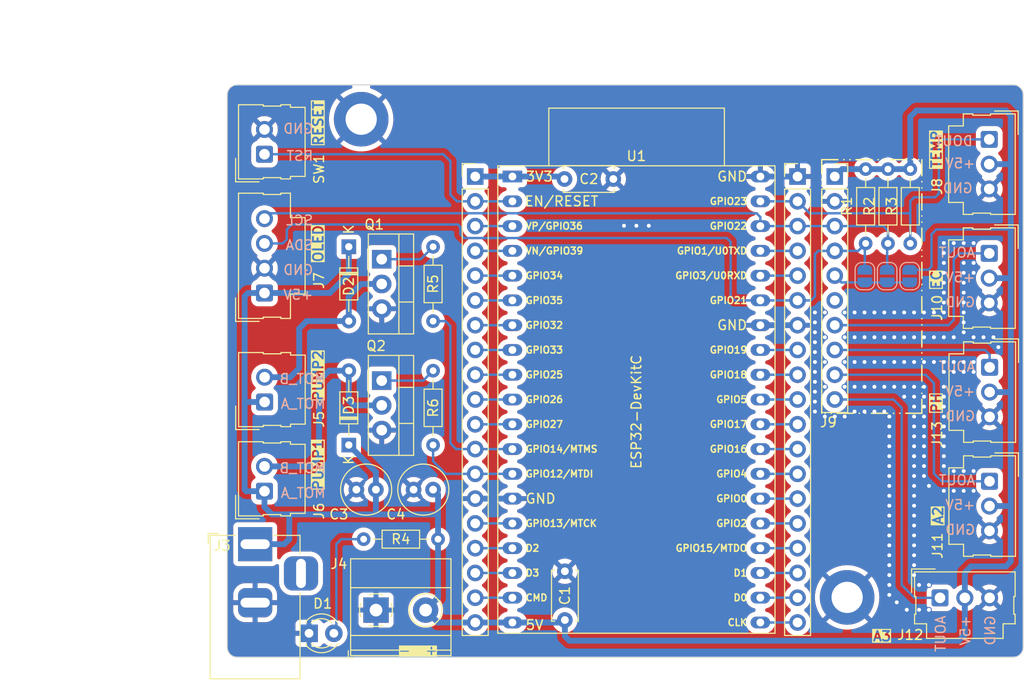
<source format=kicad_pcb>
(kicad_pcb (version 20221018) (generator pcbnew)
  (layers (0 "F.Cu" signal) (31 "B.Cu" signal) (34 "B.Paste" user) (35 "F.Paste" user) (36 "B.SilkS" user "B.Silkscreen") (37 "F.SilkS" user "F.Silkscreen") (38 "B.Mask" user) (39 "F.Mask" user) (44 "Edge.Cuts" user))
  (net 0 "")
  (net 1 "+3V3")
  (net 2 "GND")
  (net 3 "+5V")
  (net 4 "Net-(D1-A)")
  (net 5 "/PUMP2_GND")
  (net 6 "/ADS1115_SCL")
  (net 7 "/ADS1115_SDA")
  (net 8 "/ADS1115_ADDR")
  (net 9 "/ADS1115_ALERT")
  (net 10 "/PUMP1_GND")
  (net 11 "/ESP_GPIO12")
  (net 12 "/PH_ANALOG")
  (net 13 "/ADS1115_A3")
  (net 14 "/DS18B20_DIGITAL")
  (net 16 "/EC_ANALOG")
  (net 17 "Net-(Q1-G)")
  (net 18 "/ADS1115_A2")
  (net 19 "/ESP_RESET")
  (net 20 "/ESP_GPIO36")
  (net 21 "/ESP_GPIO39")
  (net 22 "/ESP_GPIO01")
  (net 23 "/ESP_GPIO34")
  (net 24 "/ESP_GPIO03")
  (net 25 "/ESP_GPIO35")
  (net 26 "/ESP_GPIO32")
  (net 27 "/ESP_GPIO33")
  (net 28 "/ESP_GPIO25")
  (net 29 "/ESP_GPIO18")
  (net 30 "/ESP_GPIO26")
  (net 31 "/ESP_GPIO05")
  (net 32 "/ESP_GPIO27")
  (net 33 "/ESP_GPIO17")
  (net 34 "/ESP_GPIO14")
  (net 35 "/ESP_GPIO16")
  (net 36 "/ESP_GPIO04")
  (net 37 "/ESP_GPIO00")
  (net 38 "/ESP_GPIO13")
  (net 39 "/ESP_GPIO02")
  (net 40 "/ESP_GPIO09")
  (net 41 "/ESP_GPIO15")
  (net 42 "/ESP_GPIO10")
  (net 43 "/ESP_GPIO08")
  (net 44 "/ESP_CMD")
  (net 45 "/ESP_GPIO07")
  (net 46 "/ESP_GPIO06")
  (net 47 "Net-(Q2-G)")
  (net 48 "/ESP_GPIO19")
  (footprint "Resistor_THT:R_Axial_DIN0204_L3.6mm_D1.6mm_P7.62mm_Horizontal" (layer "F.Cu") (at 174.266 83.22056 90)
    (fp_text reference "R3")
    (fp_text value "4.7k")
  )
  (footprint "Connector_Molex:Molex_SL_171971-0002_1x02_P2.54mm_Vertical" (layer "F.Cu") (at 108.108 108.62056 90)
    (fp_text reference "J6")
    (fp_text value "PUMP")
  )
  (footprint "Resistor_THT:R_Axial_DIN0204_L3.6mm_D1.6mm_P7.62mm_Horizontal" (layer "F.Cu") (at 125.38 96.266 -90)
    (fp_text reference "R6")
    (fp_text value "1k")
  )
  (footprint "Connector_Molex:Molex_SL_171971-0004_1x04_P2.54mm_Vertical" (layer "F.Cu") (at 108.108 88.30056 90)
    (fp_text reference "J7")
    (fp_text value "I2C")
  )
  (footprint "Connector_Molex:Molex_SL_171971-0003_1x03_P2.54mm_Vertical" (layer "F.Cu") (at 182.382 107.60456 -90)
    (fp_text reference "J11")
    (fp_text value "ADS_A2")
  )
  (footprint "Resistor_THT:R_Axial_DIN0204_L3.6mm_D1.6mm_P7.62mm_Horizontal" (layer "F.Cu") (at 171.98 83.22056 90)
    (fp_text reference "R2")
    (fp_text value "4.7k")
  )
  (footprint "Resistor_THT:R_Axial_DIN0204_L3.6mm_D1.6mm_P7.62mm_Horizontal" (layer "F.Cu") (at 118.268 113.538)
    (fp_text reference "R4")
    (fp_text value "1.5k")
  )
  (footprint "Connector_Molex:Molex_SL_171971-0002_1x02_P2.54mm_Vertical" (layer "F.Cu") (at 108.12 99.47656 90)
    (fp_text reference "J5")
    (fp_text value "PUMP")
  )
  (footprint "Resistor_THT:R_Axial_DIN0204_L3.6mm_D1.6mm_P7.62mm_Horizontal" (layer "F.Cu") (at 169.694 83.22056 90)
    (fp_text reference "R1")
    (fp_text value "4.7k")
  )
  (footprint "Connector_Molex:Molex_SL_171971-0003_1x03_P2.54mm_Vertical" (layer "F.Cu") (at 182.394 95.92056 -90)
    (fp_text reference "J13")
    (fp_text value "PH")
  )
  (footprint "Connector_PinHeader_2.54mm:PinHeader_1x19_P2.54mm_Vertical" (layer "F.Cu") (at 129.698 76.36256)
    (fp_text reference "J1" hide)
    (fp_text value "ESP_GPIO_LEFT")
  )
  (footprint "Package_TO_SOT_THT:TO-220-3_Vertical" (layer "F.Cu") (at 120.117 97.282 -90)
    (fp_text reference "Q2")
    (fp_text value "IRF520")
  )
  (footprint "Diode_THT:D_DO-34_SOD68_P7.62mm_Horizontal" (layer "F.Cu") (at 116.744 103.886 90)
    (fp_text reference "D3")
    (fp_text value "IN4004")
  )
  (footprint "LED_THT:LED_D3.0mm" (layer "F.Cu") (at 112.675 123.19)
    (fp_text reference "D1")
    (fp_text value "Red")
  )
  (footprint "Connector_PinHeader_2.54mm:PinHeader_1x19_P2.54mm_Vertical" (layer "F.Cu") (at 162.718 76.36256)
    (fp_text reference "J2" hide)
    (fp_text value "ESP_GPIO_RIGHT")
  )
  (footprint "Connector_PinSocket_2.54mm:PinSocket_1x10_P2.54mm_Vertical" (layer "F.Cu") (at 166.528 76.36256)
    (fp_text reference "J9")
    (fp_text value "ADS1115")
  )
  (footprint "MountingHole:MountingHole_3.2mm_M3_DIN965_Pad" (layer "F.Cu") (at 167.798 119.507)
    (fp_text reference "REF**" hide)
    (fp_text value "MountingHole_3.2mm_M3_DIN965_Pad")
  )
  (footprint "Capacitor_THT:C_Radial_D5.0mm_H11.0mm_P2.00mm" (layer "F.Cu") (at 125.38 108.458 180)
    (fp_text reference "C4")
    (fp_text value "47u")
  )
  (footprint "Connector_BarrelJack:BarrelJack_Horizontal" (layer "F.Cu") (at 107.1505 114.05056 90)
    (fp_text reference "J3")
    (fp_text value "Barrel_Jack_Switch")
  )
  (footprint "Connector_Molex:Molex_SL_171971-0003_1x03_P2.54mm_Vertical" (layer "F.Cu") (at 177.314 119.55456)
    (fp_text reference "J12")
    (fp_text value "ADS_A3")
  )
  (footprint "Resistor_THT:R_Axial_DIN0204_L3.6mm_D1.6mm_P7.62mm_Horizontal" (layer "F.Cu") (at 125.38 83.566 -90)
    (fp_text reference "R5")
    (fp_text value "1k")
  )
  (footprint "" (layer "F.Cu") (at 118.014 70.485)
    (fp_text reference "")
    (fp_text value "")
  )
  (footprint "Package_TO_SOT_THT:TO-220-3_Vertical" (layer "F.Cu") (at 120.117 84.836 -90)
    (fp_text reference "Q1")
    (fp_text value "IRF520")
  )
  (footprint "Capacitor_THT:C_Radial_D5.0mm_H11.0mm_P2.00mm" (layer "F.Cu") (at 119.522 108.458 180)
    (fp_text reference "C3")
    (fp_text value "47u")
  )
  (footprint "Connector_Molex:Molex_SL_171971-0002_1x02_P2.54mm_Vertical" (layer "F.Cu") (at 108.108 74.07656 90)
    (fp_text reference "SW1")
    (fp_text value "ESP_EN_JP")
  )
  (footprint "Diode_THT:D_DO-34_SOD68_P7.62mm_Horizontal" (layer "F.Cu") (at 116.744 83.561 -90)
    (fp_text reference "D2")
    (fp_text value "IN4004")
  )
  (footprint "PCM_Espressif:ESP32-DevKitC" (layer "F.Cu") (at 133.508 76.36256)
    (fp_text reference "U1")
    (fp_text value "ESP32-DevKitC")
  )
  (footprint "TerminalBlock_Phoenix:TerminalBlock_Phoenix_MKDS-1,5-2-5.08_1x02_P5.08mm_Horizontal" (layer "F.Cu") (at 119.533 120.81256)
    (fp_text reference "J4")
    (fp_text value "DC_IN_TERMINAL")
  )
  (footprint "Connector_Molex:Molex_SL_171971-0003_1x03_P2.54mm_Vertical" (layer "F.Cu") (at 182.356 84.23656 -90)
    (fp_text reference "J10")
    (fp_text value "EC")
  )
  (footprint "Capacitor_THT:C_Disc_D5.0mm_W2.5mm_P5.00mm" (layer "F.Cu") (at 138.842 76.61656)
    (fp_text reference "C2")
    (fp_text value "100n")
  )
  (footprint "Capacitor_THT:C_Disc_D5.0mm_W2.5mm_P5.00mm" (layer "F.Cu") (at 138.882 121.82856 90)
    (fp_text reference "C1")
    (fp_text value "100n")
  )
  (footprint "Connector_Molex:Molex_SL_171971-0003_1x03_P2.54mm_Vertical" (layer "F.Cu") (at 182.356 72.55256 -90)
    (fp_text reference "J8")
    (fp_text value "DS18B20")
  )
  (footprint "Jumper:SolderJumper-2_P1.3mm_Open_RoundedPad1.0x1.5mm" (layer "B.Cu") (at 169.61 86.57056 90)
    (fp_text reference "JP2" hide)
    (fp_text value "ADS1115_ADDR_SDA")
  )
  (footprint "Jumper:SolderJumper-2_P1.3mm_Open_RoundedPad1.0x1.5mm" (layer "B.Cu") (at 174.212 86.57056 90)
    (fp_text reference "JP1" hide)
    (fp_text value "ADS1115_ADDR_5V")
  )
  (footprint "Jumper:SolderJumper-2_P1.3mm_Open_RoundedPad1.0x1.5mm" (layer "B.Cu") (at 171.896 86.57056 90)
    (fp_text reference "JP3" hide)
    (fp_text value "ADS1115_ADDR_SCL")
  )
  (gr_rect (start 165.198 74.63256) (end 175.452 100.63256) (stroke (width 0.15) (type dash_dot_dot)) (fill none) (layer "F.SilkS"))
  (gr_line (start 184.816 66.96456) (end 105.314 66.96456) (stroke (width 0.1)) (layer "Edge.Cuts"))
  (gr_arc (start 105.314 125.63856) (mid 104.59558 125.34098) (end 104.298 124.62256) (stroke (width 0.1)) (layer "Edge.Cuts"))
  (gr_line (start 185.832 124.62256) (end 185.832 67.98056) (stroke (width 0.1)) (layer "Edge.Cuts"))
  (gr_arc (start 185.832 124.62256) (mid 185.53442 125.34098) (end 184.816 125.63856) (stroke (width 0.1)) (layer "Edge.Cuts"))
  (gr_arc (start 184.816 66.96456) (mid 185.53442 67.26214) (end 185.832 67.98056) (stroke (width 0.1)) (layer "Edge.Cuts"))
  (gr_arc (start 104.298 67.98056) (mid 104.59558 67.26214) (end 105.314 66.96456) (stroke (width 0.1)) (layer "Edge.Cuts"))
  (gr_line (start 104.298 67.98056) (end 104.298 124.62256) (stroke (width 0.1)) (layer "Edge.Cuts"))
  (gr_line (start 105.314 125.63856) (end 184.816 125.63856) (stroke (width 0.1)) (layer "Edge.Cuts"))
  (gr_text "GND\n" (at 183.038 121.285 90) (layer "B.SilkS") (effects (font (size 1 1)) (justify left bottom mirror)))
  (gr_text "MOT_A" (at 114.458 109.38256) (layer "B.SilkS") (effects (font (size 1 1)) (justify left bottom mirror)))
  (gr_text "DOUT" (at 180.752 73.31456) (layer "B.SilkS") (effects (font (size 1 1)) (justify left bottom mirror)))
  (gr_text "+5V" (at 181.006 98.96856) (layer "B.SilkS") (effects (font (size 1 1)) (justify left bottom mirror)))
  (gr_text "GND\n" (at 181.006 101.50856) (layer "B.SilkS") (effects (font (size 1 1)) (justify left bottom mirror)))
  (gr_text "+5V" (at 180.498 121.285 90) (layer "B.SilkS") (effects (font (size 1 1)) (justify left bottom mirror)))
  (gr_text "MOT_A" (at 114.458 100.23856) (layer "B.SilkS") (effects (font (size 1 1)) (justify left bottom mirror)))
  (gr_text "AOUT" (at 181.006 84.74456) (layer "B.SilkS") (effects (font (size 1 1)) (justify left bottom mirror)))
  (gr_text "AOUT" (at 177.958 121.285 90) (layer "B.SilkS") (effects (font (size 1 1)) (justify left bottom mirror)))
  (gr_text "SDA\n" (at 113.188 83.98256) (layer "B.SilkS") (effects (font (size 1 1)) (justify left bottom mirror)))
  (gr_text "RST" (at 113.188 74.83856) (layer "B.SilkS") (effects (font (size 1 1)) (justify left bottom mirror)))
  (gr_text "GND\n" (at 181.006 89.82456) (layer "B.SilkS") (effects (font (size 1 1)) (justify left bottom mirror)))
  (gr_text "GND" (at 113.188 86.52256) (layer "B.SilkS") (effects (font (size 1 1)) (justify left bottom mirror)))
  (gr_text "+5V" (at 181.006 75.60056) (layer "B.SilkS") (effects (font (size 1 1)) (justify left bottom mirror)))
  (gr_text "+5V" (at 181.006 110.617) (layer "B.SilkS") (effects (font (size 1 1)) (justify left bottom mirror)))
  (gr_text "GND\n" (at 181.006 113.157) (layer "B.SilkS") (effects (font (size 1 1)) (justify left bottom mirror)))
  (gr_text "MOT_B" (at 114.458 106.84256) (layer "B.SilkS") (effects (font (size 1 1)) (justify left bottom mirror)))
  (gr_text "AOUT" (at 181.006 108.077) (layer "B.SilkS") (effects (font (size 1 1)) (justify left bottom mirror)))
  (gr_text "MOT_B" (at 114.458 97.69856) (layer "B.SilkS") (effects (font (size 1 1)) (justify left bottom mirror)))
  (gr_text "GND\n" (at 180.752 78.14056) (layer "B.SilkS") (effects (font (size 1 1)) (justify left bottom mirror)))
  (gr_text "SCL" (at 113.188 81.44256) (layer "B.SilkS") (effects (font (size 1 1)) (justify left bottom mirror)))
  (gr_text "+5V" (at 113.188 89.06256) (layer "B.SilkS") (effects (font (size 1 1)) (justify left bottom mirror)))
  (gr_text "GND" (at 113.188 72.04456) (layer "B.SilkS") (effects (font (size 1 1)) (justify left bottom mirror)))
  (gr_text "AOUT" (at 181.006 96.42856) (layer "B.SilkS") (effects (font (size 1 1)) (justify left bottom mirror)))
  (gr_text "+5V" (at 181.006 87.28456) (layer "B.SilkS") (effects (font (size 1 1)) (justify left bottom mirror)))
  (gr_text "PUMP1" (at 114.204 108.62056 90) (layer "F.SilkS" knockout) (effects (font (size 1 1) (thickness 0.2) bold) (justify left bottom)))
  (gr_text "RESET" (at 114.204 73.31456 90) (layer "F.SilkS" knockout) (effects (font (size 1 1) (thickness 0.2) bold) (justify left bottom)))
  (gr_text "EC" (at 177.53 88.04656 90) (layer "F.SilkS" knockout) (effects (font (size 1 1) (thickness 0.2) bold) (justify left bottom)))
  (gr_text " -  + " (at 120.969095 125.51156) (layer "F.SilkS" knockout) (effects (font (size 1 1)) (justify left bottom)))
  (gr_text "TEMP" (at 177.53 75.60056 90) (layer "F.SilkS" knockout) (effects (font (size 1 1) (thickness 0.2) bold) (justify left bottom)))
  (gr_text "A2" (at 177.704 112.141 90) (layer "F.SilkS" knockout) (effects (font (size 1 1) (thickness 0.2) bold) (justify left bottom)))
  (gr_text "A3" (at 170.338 124.079) (layer "F.SilkS" knockout) (effects (font (size 1 1) (thickness 0.2) bold) (justify left bottom)))
  (gr_text "PUMP2" (at 114.204 99.47656 90) (layer "F.SilkS" knockout) (effects (font (size 1 1) (thickness 0.2) bold) (justify left bottom)))
  (gr_text "OLED\n" (at 114.204 85.25256 90) (layer "F.SilkS" knockout) (effects (font (size 1 1) (thickness 0.2) bold) (justify left bottom)))
  (gr_text "PH" (at 177.53 100.74656 90) (layer "F.SilkS" knockout) (effects (font (size 1 1) (thickness 0.2) bold) (justify left bottom)))
  (segment (start 138.588 76.36256) (end 138.842 76.61656) (width 0.6) (layer "B.Cu") (net 1))
  (segment (start 133.508 76.36256) (end 138.588 76.36256) (width 0.6) (layer "B.Cu") (net 1))
  (segment (start 133.508 76.36256) (end 129.698 76.36256) (width 0.6) (layer "B.Cu") (net 1))
  (via (at 174.656 102.997) (size 0.6) (drill 0.4) (layers "F.Cu" "B.Cu") (net 2))
  (via (at 167.544 90.297) (size 0.6) (drill 0.4) (layers "F.Cu" "B.Cu") (net 2))
  (via (at 177.704 95.377) (size 0.6) (drill 0.4) (layers "F.Cu" "B.Cu") (net 2))
  (via (at 178.72 95.377) (size 0.6) (drill 0.4) (layers "F.Cu" "B.Cu") (net 2))
  (via (at 174.656 98.933) (size 0.6) (drill 0.4) (layers "F.Cu" "B.Cu") (net 2))
  (via (at 176.688 95.377) (size 0.6) (drill 0.4) (layers "F.Cu" "B.Cu") (net 2))
  (via (at 169.576 95.377) (size 0.6) (drill 0.4) (layers "F.Cu" "B.Cu") (net 2))
  (via (at 172.116 108.077) (size 0.6) (drill 0.4) (layers "F.Cu" "B.Cu") (net 2))
  (via (at 172.116 109.093) (size 0.6) (drill 0.4) (layers "F.Cu" "B.Cu") (net 2))
  (via (at 172.116 119.253) (size 0.6) (drill 0.4) (layers "F.Cu" "B.Cu") (net 2))
  (via (at 178.72 108.585) (size 0.6) (drill 0.4) (layers "F.Cu" "B.Cu") (net 2))
  (via (at 179.736 106.553) (size 0.6) (drill 0.4) (layers "F.Cu" "B.Cu") (net 2))
  (via (at 174.656 90.297) (size 0.6) (drill 0.4) (layers "F.Cu" "B.Cu") (net 2))
  (via (at 179.736 83.185) (size 0.6) (drill 0.4) (layers "F.Cu" "B.Cu") (net 2))
  (via (at 172.116 104.013) (size 0.6) (drill 0.4) (layers "F.Cu" "B.Cu") (net 2))
  (via (at 170.592 90.297) (size 0.6) (drill 0.4) (layers "F.Cu" "B.Cu") (net 2))
  (via (at 171.608 92.837) (size 0.6) (drill 0.4) (layers "F.Cu" "B.Cu") (net 2))
  (via (at 180.752 95.377) (size 0.6) (drill 0.4) (layers "F.Cu" "B.Cu") (net 2))
  (via (at 166.528 100.965) (size 0.6) (drill 0.4) (layers "F.Cu" "B.Cu") (net 2))
  (via (at 174.656 105.029) (size 0.6) (drill 0.4) (layers "F.Cu" "B.Cu") (net 2))
  (via (at 175.672 90.297) (size 0.6) (drill 0.4) (layers "F.Cu" "B.Cu") (net 2))
  (via (at 173.64 92.837) (size 0.6) (drill 0.4) (layers "F.Cu" "B.Cu") (net 2))
  (via (at 180.752 96.393) (size 0.6) (drill 0.4) (layers "F.Cu" "B.Cu") (net 2))
  (via (at 178.72 92.837) (size 0.6) (drill 0.4) (layers "F.Cu" "B.Cu") (net 2))
  (via (at 164.496 93.345) (size 0.6) (drill 0.4) (layers "F.Cu" "B.Cu") (net 2))
  (via (at 174.656 100.965) (size 0.6) (drill 0.4) (layers "F.Cu" "B.Cu") (net 2))
  (via (at 177.704 89.281) (size 0.6) (drill 0.4) (layers "F.Cu" "B.Cu") (net 2))
  (via (at 177.704 100.965) (size 0.6) (drill 0.4) (layers "F.Cu" "B.Cu") (net 2))
  (via (at 177.704 85.217) (size 0.6) (drill 0.4) (layers "F.Cu" "B.Cu") (net 2))
  (via (at 177.704 86.233) (size 0.6) (drill 0.4) (layers "F.Cu" "B.Cu") (net 2))
  (via (at 177.704 101.981) (size 0.6) (drill 0.4) (layers "F.Cu" "B.Cu") (net 2))
  (via (at 180.752 108.585) (size 0.6) (drill 0.4) (layers "F.Cu" "B.Cu") (net 2))
  (via (at 179.736 92.329) (size 0.6) (drill 0.4) (layers "F.Cu" "B.Cu") (net 2))
  (via (at 169.576 97.917) (size 0.6) (drill 0.4) (layers "F.Cu" "B.Cu") (net 2))
  (via (at 174.656 101.981) (size 0.6) (drill 0.4) (layers "F.Cu" "B.Cu") (net 2))
  (via (at 176.18 108.077) (size 0.6) (drill 0.4) (layers "F.Cu" "B.Cu") (net 2))
  (via (at 172.116 110.109) (size 0.6) (drill 0.4) (layers "F.Cu" "B.Cu") (net 2))
  (via (at 172.624 90.297) (size 0.6) (drill 0.4) (layers "F.Cu" "B.Cu") (net 2))
  (via (at 176.18 118.237) (size 0.6) (drill 0.4) (layers "F.Cu" "B.Cu") (net 2))
  (via (at 177.704 102.997) (size 0.6) (drill 0.4) (layers "F.Cu" "B.Cu") (net 2))
  (via (at 172.878 120.015) (size 0.6) (drill 0.4) (layers "F.Cu" "B.Cu") (net 2))
  (via (at 177.704 90.297) (size 0.6) (drill 0.4) (layers "F.Cu" "B.Cu") (net 2))
  (via (at 174.656 106.045) (size 0.6) (drill 0.4) (layers "F.Cu" "B.Cu") (net 2))
  (via (at 175.672 97.917) (size 0.6) (drill 0.4) (layers "F.Cu" "B.Cu") (net 2))
  (via (at 174.656 116.205) (size 0.6) (drill 0.4) (layers "F.Cu" "B.Cu") (net 2))
  (via (at 176.688 90.297) (size 0.6) (drill 0.4) (layers "F.Cu" "B.Cu") (net 2))
  (via (at 164.496 90.297) (size 0.6) (drill 0.4) (layers "F.Cu" "B.Cu") (net 2))
  (via (at 174.656 92.837) (size 0.6) (drill 0.4) (layers "F.Cu" "B.Cu") (net 2))
  (via (at 172.116 101.981) (size 0.6) (drill 0.4) (layers "F.Cu" "B.Cu") (net 2))
  (via (at 172.116 102.997) (size 0.6) (drill 0.4) (layers "F.Cu" "B.Cu") (net 2))
  (via (at 180.752 106.553) (size 0.6) (drill 0.4) (layers "F.Cu" "B.Cu") (net 2))
  (via (at 172.116 118.237) (size 0.6) (drill 0.4) (layers "F.Cu" "B.Cu") (net 2))
  (via (at 175.672 98.933) (size 0.6) (drill 0.4) (layers "F.Cu" "B.Cu") (net 2))
  (via (at 164.496 100.457) (size 0.6) (drill 0.4) (layers "F.Cu" "B.Cu") (net 2))
  (via (at 172.116 107.061) (size 0.6) (drill 0.4) (layers "F.Cu" "B.Cu") (net 2))
  (via (at 164.496 92.329) (size 0.6) (drill 0.4) (layers "F.Cu" "B.Cu") (net 2))
  (via (at 177.704 88.265) (size 0.6) (drill 0.4) (layers "F.Cu" "B.Cu") (net 2))
  (via (at 179.736 95.377) (size 0.6) (drill 0.4) (layers "F.Cu" "B.Cu") (net 2))
  (via (at 180.752 85.217) (size 0.6) (drill 0.4) (layers "F.Cu" "B.Cu") (net 2))
  (via (at 179.736 88.265) (size 0.6) (drill 0.4) (layers "F.Cu" "B.Cu") (net 2))
  (via (at 174.656 99.949) (size 0.6) (drill 0.4) (layers "F.Cu" "B.Cu") (net 2))
  (via (at 177.704 83.185) (size 0.6) (drill 0.4) (layers "F.Cu" "B.Cu") (net 2))
  (via (at 175.672 95.377) (size 0.6) (drill 0.4) (layers "F.Cu" "B.Cu") (net 2))
  (via (at 179.736 89.281) (size 0.6) (drill 0.4) (layers "F.Cu" "B.Cu") (net 2))
  (via (at 175.672 99.949) (size 0.6) (drill 0.4) (layers "F.Cu" "B.Cu") (net 2))
  (via (at 179.736 87.249) (size 0.6) (drill 0.4) (layers "F.Cu" "B.Cu") (net 2))
  (via (at 172.116 116.205) (size 0.6) (drill 0.4) (layers "F.Cu" "B.Cu") (net 2))
  (via (at 165.512 100.965) (size 0.6) (drill 0.4) (layers "F.Cu" "B.Cu") (net 2))
  (via (at 177.704 84.201) (size 0.6) (drill 0.4) (layers "F.Cu" "B.Cu") (net 2))
  (via (at 165.512 90.297) (size 0.6) (drill 0.4) (layers "F.Cu" "B.Cu") (net 2))
  (via (at 168.56 97.917) (size 0.6) (drill 0.4) (layers "F.Cu" "B.Cu") (net 2))
  (via (at 168.56 95.377) (size 0.6) (drill 0.4) (layers "F.Cu" "B.Cu") (net 2))
  (via (at 180.752 86.233) (size 0.6) (drill 0.4) (layers "F.Cu" "B.Cu") (net 2))
  (via (at 170.592 95.377) (size 0.6) (drill 0.4) (layers "F.Cu" "B.Cu") (net 2))
  (via (at 174.656 115.189) (size 0.6) (drill 0.4) (layers "F.Cu" "B.Cu") (net 2))
  (via (at 170.592 92.837) (size 0.6) (drill 0.4) (layers "F.Cu" "B.Cu") (net 2))
  (via (at 175.672 106.045) (size 0.6) (drill 0.4) (layers "F.Cu" "B.Cu") (net 2))
  (via (at 174.656 111.125) (size 0.6) (drill 0.4) (layers "F.Cu" "B.Cu") (net 2))
  (via (at 174.656 112.141) (size 0.6) (drill 0.4) (layers "F.Cu" "B.Cu") (net 2))
  (via (at 179.736 85.217) (size 0.6) (drill 0.4) (layers "F.Cu" "B.Cu") (net 2))
  (via (at 179.736 86.233) (size 0.6) (drill 0.4) (layers "F.Cu" "B.Cu") (net 2))
  (via (at 183.292 93.853) (size 0.6) (drill 0.4) (layers "F.Cu" "B.Cu") (net 2))
  (via (at 178.72 83.185) (size 0.6) (drill 0.4) (layers "F.Cu" "B.Cu") (net 2))
  (via (at 177.704 106.045) (size 0.6) (drill 0.4) (layers "F.Cu" "B.Cu") (net 2))
  (via (at 167.544 97.917) (size 0.6) (drill 0.4) (layers "F.Cu" "B.Cu") (net 2))
  (via (at 174.656 110.109) (size 0.6) (drill 0.4) (layers "F.Cu" "B.Cu") (net 2))
  (via (at 179.736 90.297) (size 0.6) (drill 0.4) (layers "F.Cu" "B.Cu") (net 2))
  (via (at 164.496 98.425) (size 0.6) (drill 0.4) (layers "F.Cu" "B.Cu") (net 2))
  (via (at 174.656 108.077) (size 0.6) (drill 0.4) (layers "F.Cu" "B.Cu") (net 2))
  (via (at 164.496 95.377) (size 0.6) (drill 0.4) (layers "F.Cu" "B.Cu") (net 2))
  (via (at 172.116 114.173) (size 0.6) (drill 0.4) (layers "F.Cu" "B.Cu") (net 2))
  (via (at 165.512 92.837) (size 0.6) (drill 0.4) (layers "F.Cu" "B.Cu") (net 2))
  (via (at 147.478 81.407) (size 0.6) (drill 0.4) (layers "F.Cu" "B.Cu") (net 2))
  (via (at 172.624 97.917) (size 0.6) (drill 0.4) (layers "F.Cu" "B.Cu") (net 2))
  (via (at 168.56 90.297) (size 0.6) (drill 0.4) (layers "F.Cu" "B.Cu") (net 2))
  (via (at 175.672 100.965) (size 0.6) (drill 0.4) (layers "F.Cu" "B.Cu") (net 2))
  (via (at 174.656 97.917) (size 0.6) (drill 0.4) (layers "F.Cu" "B.Cu") (net 2))
  (via (at 167.544 100.965) (size 0.6) (drill 0.4) (layers "F.Cu" "B.Cu") (net 2))
  (via (at 171.608 100.457) (size 0.6) (drill 0.4) (layers "F.Cu" "B.Cu") (net 2))
  (via (at 164.496 97.409) (size 0.6) (drill 0.4) (layers "F.Cu" "B.Cu") (net 2))
  (via (at 182.784 92.837) (size 0.6) (drill 0.4) (layers "F.Cu" "B.Cu") (net 2))
  (via (at 172.116 100.965) (size 0.6) (drill 0.4) (layers "F.Cu" "B.Cu") (net 2))
  (via (at 164.496 91.313) (size 0.6) (drill 0.4) (layers "F.Cu" "B.Cu") (net 2))
  (via (at 181.768 92.837) (size 0.6) (drill 0.4) (layers "F.Cu" "B.Cu") (net 2))
  (via (at 175.672 107.061) (size 0.6) (drill 0.4) (layers "F.Cu" "B.Cu") (net 2))
  (via (at 178.72 106.553) (size 0.6) (drill 0.4) (layers "F.Cu" "B.Cu") (net 2))
  (via (at 170.592 100.457) (size 0.6) (drill 0.4) (layers "F.Cu" "B.Cu") (net 2))
  (via (at 173.64 90.297) (size 0.6) (drill 0.4) (layers "F.Cu" "B.Cu") (net 2))
  (via (at 172.624 95.377) (size 0.6) (drill 0.4) (layers "F.Cu" "B.Cu") (net 2))
  (via (at 176.688 92.837) (size 0.6) (drill 0.4) (layers "F.Cu" "B.Cu") (net 2))
  (via (at 174.656 109.093) (size 0.6) (drill 0.4) (layers "F.Cu" "B.Cu") (net 2))
  (via (at 174.656 114.173) (size 0.6) (drill 0.4) (layers "F.Cu" "B.Cu") (net 2))
  (via (at 146.208 81.407) (size 0.6) (drill 0.4) (layers "F.Cu" "B.Cu") (net 2))
  (via (at 168.56 100.457) (size 0.6) (drill 0.4) (layers "F.Cu" "B.Cu") (net 2))
  (via (at 174.656 107.061) (size 0.6) (drill 0.4) (layers "F.Cu" "B.Cu") (net 2))
  (via (at 173.64 98.933) (size 0.6) (drill 0.4) (layers "F.Cu" "B.Cu") (net 2))
  (via (at 177.704 108.585) (size 0.6) (drill 0.4) (layers "F.Cu" "B.Cu") (net 2))
  (via (at 172.624 92.837) (size 0.6) (drill 0.4) (layers "F.Cu" "B.Cu") (net 2))
  (via (at 172.116 115.189) (size 0.6) (drill 0.4) (layers "F.Cu" "B.Cu") (net 2))
  (via (at 177.704 96.393) (size 0.6) (drill 0.4) (layers "F.Cu" "B.Cu") (net 2))
  (via (at 167.544 92.837) (size 0.6) (drill 0.4) (layers "F.Cu" "B.Cu") (net 2))
  (via (at 167.544 95.377) (size 0.6) (drill 0.4) (layers "F.Cu" "B.Cu") (net 2))
  (via (at 177.704 87.249) (size 0.6) (drill 0.4) (layers "F.Cu" "B.Cu") (net 2))
  (via (at 172.116 117.221) (size 0.6) (drill 0.4) (layers "F.Cu" "B.Cu") (net 2))
  (via (at 179.736 96.393) (size 0.6) (drill 0.4) (layers "F.Cu" "B.Cu") (net 2))
  (via (at 169.576 92.837) (size 0.6) (drill 0.4) (layers "F.Cu" "B.Cu") (net 2))
  (via (at 164.496 94.361) (size 0.6) (drill 0.4) (layers "F.Cu" "B.Cu") (net 2))
  (via (at 175.672 92.837) (size 0.6) (drill 0.4) (layers "F.Cu" "B.Cu") (net 2))
  (via (at 144.938 81.407) (size 0.6) (drill 0.4) (layers "F.Cu" "B.Cu") (net 2))
  (via (at 174.656 105.029) (size 0.6) (drill 0.4) (layers "F.Cu" "B.Cu") (net 2))
  (via (at 170.592 97.917) (size 0.6) (drill 0.4) (layers "F.Cu" "B.Cu") (net 2))
  (via (at 174.656 95.377) (size 0.6) (drill 0.4) (layers "F.Cu" "B.Cu") (net 2))
  (via (at 171.608 95.377) (size 0.6) (drill 0.4) (layers "F.Cu" "B.Cu") (net 2))
  (via (at 172.116 113.157) (size 0.6) (drill 0.4) (layers "F.Cu" "B.Cu") (net 2))
  (via (at 177.704 98.933) (size 0.6) (drill 0.4) (layers "F.Cu" "B.Cu") (net 2))
  (via (at 172.116 112.141) (size 0.6) (drill 0.4) (layers "F.Cu" "B.Cu") (net 2))
  (via (at 164.496 96.393) (size 0.6) (drill 0.4) (layers "F.Cu" "B.Cu") (net 2))
  (via (at 177.704 99.949) (size 0.6) (drill 0.4) (layers "F.Cu" "B.Cu") (net 2))
  (via (at 169.576 90.297) (size 0.6) (drill 0.4) (layers "F.Cu" "B.Cu") (net 2))
  (via (at 176.172985 120.785873) (size 0.6) (drill 0.4) (layers "F.Cu" "B.Cu") (net 2))
  (via (at 179.736 91.313) (size 0.6) (drill 0.4) (layers "F.Cu" "B.Cu") (net 2))
  (via (at 177.704 105.029) (size 0.6) (drill 0.4) (layers "F.Cu" "B.Cu") (net 2))
  (via (at 172.116 111.125) (size 0.6) (drill 0.4) (layers "F.Cu" "B.Cu") (net 2))
  (via (at 178.72 96.393) (size 0.6) (drill 0.4) (layers "F.Cu" "B.Cu") (net 2))
  (via (at 174.656 104.013) (size 0.6) (drill 0.4) (layers "F.Cu" "B.Cu") (net 2))
  (via (at 175.164 120.777) (size 0.6) (drill 0.4) (layers "F.Cu" "B.Cu") (net 2))
  (via (at 165.512 95.377) (size 0.6) (drill 0.4) (layers "F.Cu" "B.Cu") (net 2))
  (via (at 177.704 92.837) (size 0.6) (drill 0.4) (layers "F.Cu" "B.Cu") (net 2))
  (via (at 175.164 118.237) (size 0.6) (drill 0.4) (layers "F.Cu" "B.Cu") (net 2))
  (via (at 173.64 95.377) (size 0.6) (drill 0.4) (layers "F.Cu" "B.Cu") (net 2))
  (via (at 177.704 97.917) (size 0.6) (drill 0.4) (layers "F.Cu" "B.Cu") (net 2))
  (via (at 174.656 117.221) (size 0.6) (drill 0.4) (layers "F.Cu" "B.Cu") (net 2))
  (via (at 172.116 106.045) (size 0.6) (drill 0.4) (layers "F.Cu" "B.Cu") (net 2))
  (via (at 171.608 97.917) (size 0.6) (drill 0.4) (layers "F.Cu" "B.Cu") (net 2))
  (via (at 164.496 99.441) (size 0.6) (drill 0.4) (layers "F.Cu" "B.Cu") (net 2))
  (via (at 172.116 105.029) (size 0.6) (drill 0.4) (layers "F.Cu" "B.Cu") (net 2))
  (via (at 175.672 101.981) (size 0.6) (drill 0.4) (layers "F.Cu" "B.Cu") (net 2))
  (via (at 175.672 105.029) (size 0.6) (drill 0.4) (layers "F.Cu" "B.Cu") (net 2))
  (via (at 173.64 97.917) (size 0.6) (drill 0.4) (layers "F.Cu" "B.Cu") (net 2))
  (via (at 171.608 90.297) (size 0.6) (drill 0.4) (layers "F.Cu" "B.Cu") (net 2))
  (via (at 180.752 83.185) (size 0.6) (drill 0.4) (layers "F.Cu" "B.Cu") (net 2))
  (via (at 180.752 92.837) (size 0.6) (drill 0.4) (layers "F.Cu" "B.Cu") (net 2))
  (via (at 165.512 97.917) (size 0.6) (drill 0.4) (layers "F.Cu" "B.Cu") (net 2))
  (via (at 174.656 113.157) (size 0.6) (drill 0.4) (layers "F.Cu" "B.Cu") (net 2))
  (via (at 168.56 92.837) (size 0.6) (drill 0.4) (layers "F.Cu" "B.Cu") (net 2))
  (via (at 169.576 100.457) (size 0.6) (drill 0.4) (layers "F.Cu" "B.Cu") (net 2))
  (via (at 173.906497 120.777) (size 0.6) (drill 0.4) (layers "F.Cu" "B.Cu") (net 2))
  (via (at 175.672 102.997) (size 0.6) (drill 0.4) (layers "F.Cu" "B.Cu") (net 2))
  (via (at 177.704 104.013) (size 0.6) (drill 0.4) (layers "F.Cu" "B.Cu") (net 2))
  (via (at 179.736 108.585) (size 0.6) (drill 0.4) (layers "F.Cu" "B.Cu") (net 2))
  (via (at 175.672 104.013) (size 0.6) (drill 0.4) (layers "F.Cu" "B.Cu") (net 2))
  (segment (start 158.908 91.60256) (end 162.718 91.60256) (width 0.6) (layer "B.Cu") (net 2))
  (segment (start 133.508 109.38256) (end 129.698 109.38256) (width 0.6) (layer "B.Cu") (net 2))
  (segment (start 158.908 76.36256) (end 162.718 76.36256) (width 0.6) (layer "B.Cu") (net 2))
  (segment (start 114.80344 88.30056) (end 116.744 86.36) (width 0.6) (layer "B.Cu") (net 3))
  (segment (start 182.356 75.09256) (end 184.47056 75.09256) (width 0.6) (layer "B.Cu") (net 3))
  (segment (start 174.266 70.24) (end 174.91 69.596) (width 0.6) (layer "B.Cu") (net 3))
  (segment (start 174.91 69.596) (end 184.054 69.596) (width 0.6) (layer "B.Cu") (net 3))
  (segment (start 179.228 123.952) (end 179.854 123.326) (width 0.6) (layer "B.Cu") (net 3))
  (segment (start 138.882 123.484) (end 139.35 123.952) (width 0.6) (layer "B.Cu") (net 3))
  (segment (start 176.442 85.59) (end 176.442 82.288) (width 0.25) (layer "B.Cu") (net 3))
  (segment (start 176.442 82.288) (end 176.942 81.788) (width 0.25) (layer "B.Cu") (net 3))
  (segment (start 119.522 106.664) (end 116.744 103.886) (width 0.6) (layer "B.Cu") (net 3))
  (segment (start 119.522 110.728) (end 119.792 110.998) (width 0.6) (layer "B.Cu") (net 3))
  (segment (start 180.498 116.332) (end 179.854 116.976) (width 0.6) (layer "B.Cu") (net 3))
  (segment (start 106.23856 108.62056) (end 106.076 108.458) (width 0.6) (layer "B.Cu") (net 3))
  (segment (start 167.29 75.60056) (end 166.528 76.36256) (width 0.6) (layer "B.Cu") (net 3))
  (segment (start 125.888 113.538) (end 125.888 119.53756) (width 0.6) (layer "B.Cu") (net 3))
  (segment (start 176.11144 85.92056) (end 176.442 85.59) (width 0.25) (layer "B.Cu") (net 3))
  (segment (start 133.508 122.08256) (end 138.628 122.08256) (width 0.6) (layer "B.Cu") (net 3))
  (segment (start 182.356 86.77656) (end 184.47056 86.77656) (width 0.6) (layer "B.Cu") (net 3))
  (segment (start 184.054 69.596) (end 184.562 70.104) (width 0.6) (layer "B.Cu") (net 3))
  (segment (start 182.394 98.46056) (end 184.47056 98.46056) (width 0.6) (layer "B.Cu") (net 3))
  (segment (start 184.562 98.552) (end 184.562 110.236) (width 0.6) (layer "B.Cu") (net 3))
  (segment (start 174.212 85.92056) (end 176.11144 85.92056) (width 0.25) (layer "B.Cu") (net 3))
  (segment (start 129.698 122.08256) (end 125.883 122.08256) (width 0.6) (layer "B.Cu") (net 3))
  (segment (start 184.562 110.236) (end 184.562 115.824) (width 0.6) (layer "B.Cu") (net 3))
  (segment (start 184.562 86.868) (end 184.562 98.552) (width 0.6) (layer "B.Cu") (net 3))
  (segment (start 129.698 122.08256) (end 133.508 122.08256) (width 0.6) (layer "B.Cu") (net 3))
  (segment (start 184.47056 75.09256) (end 184.562 75.184) (width 0.6) (layer "B.Cu") (net 3))
  (segment (start 125.888 113.538) (end 125.888 110.998) (width 0.6) (layer "B.Cu") (net 3))
  (segment (start 125.888 110.998) (end 125.888 108.966) (width 0.6) (layer "B.Cu") (net 3))
  (segment (start 106.076 88.646) (end 106.42144 88.30056) (width 0.6) (layer "B.Cu") (net 3))
  (segment (start 184.054 116.332) (end 180.498 116.332) (width 0.6) (layer "B.Cu") (net 3))
  (segment (start 184.562 115.824) (end 184.054 116.332) (width 0.6) (layer "B.Cu") (net 3))
  (segment (start 108.108 108.62056) (end 106.23856 108.62056) (width 0.6) (layer "B.Cu") (net 3))
  (segment (start 184.562 81.788) (end 184.562 86.868) (width 0.6) (layer "B.Cu") (net 3))
  (segment (start 110.648 110.998) (end 108.87 110.998) (width 0.6) (layer "B.Cu") (net 3))
  (segment (start 179.854 123.326) (end 179.854 119.55456) (width 0.6) (layer "B.Cu") (net 3))
  (segment (start 125.883 122.08256) (end 124.613 120.81256) (width 0.6) (layer "B.Cu") (net 3))
  (segment (start 110.13544 114.05056) (end 110.648 113.538) (width 0.6) (layer "B.Cu") (net 3))
  (segment (start 169.694 75.60056) (end 167.29 75.60056) (width 0.6) (layer "B.Cu") (net 3))
  (segment (start 184.562 75.184) (end 184.562 81.788) (width 0.6) (layer "B.Cu") (net 3))
  (segment (start 125.888 119.53756) (end 124.613 120.81256) (width 0.6) (layer "B.Cu") (net 3))
  (segment (start 119.522 108.458) (end 119.522 106.664) (width 0.6) (layer "B.Cu") (net 3))
  (segment (start 106.16744 99.47656) (end 106.076 99.568) (width 0.6) (layer "B.Cu") (net 3))
  (segment (start 108.108 110.236) (end 108.108 108.62056) (width 0.6) (layer "B.Cu") (net 3))
  (segment (start 125.888 108.966) (end 125.38 108.458) (width 0.6) (layer "B.Cu") (net 3))
  (segment (start 119.792 110.998) (end 125.888 110.998) (width 0.6) (layer "B.Cu") (net 3))
  (segment (start 106.076 99.568) (end 106.076 88.646) (width 0.6) (layer "B.Cu") (net 3))
  (segment (start 184.47056 98.46056) (end 184.562 98.552) (width 0.6) (layer "B.Cu") (net 3))
  (segment (start 108.108 88.30056) (end 114.80344 88.30056) (width 0.6) (layer "B.Cu") (net 3))
  (segment (start 108.87 110.998) (end 108.108 110.236) (width 0.6) (layer "B.Cu") (net 3))
  (segment (start 139.35 123.952) (end 179.228 123.952) (width 0.6) (layer "B.Cu") (net 3))
  (segment (start 108.12 99.47656) (end 106.16744 99.47656) (width 0.6) (layer "B.Cu") (net 3))
  (segment (start 174.266 75.60056) (end 174.266 70.24) (width 0.6) (layer "B.Cu") (net 3))
  (segment (start 176.942 81.788) (end 184.562 81.788) (width 0.25) (layer "B.Cu") (net 3))
  (segment (start 110.648 113.538) (end 110.648 110.998) (width 0.6) (layer "B.Cu") (net 3))
  (segment (start 184.47056 110.14456) (end 184.562 110.236) (width 0.6) (layer "B.Cu") (net 3))
  (segment (start 174.266 75.60056) (end 169.694 75.60056) (width 0.6) (layer "B.Cu") (net 3))
  (segment (start 116.744 86.36) (end 116.744 83.561) (width 0.6) (layer "B.Cu") (net 3))
  (segment (start 106.076 108.458) (end 106.076 99.568) (width 0.6) (layer "B.Cu") (net 3))
  (segment (start 179.854 116.976) (end 179.854 119.55456) (width 0.6) (layer "B.Cu") (net 3))
  (segment (start 119.792 110.998) (end 110.648 110.998) (width 0.6) (layer "B.Cu") (net 3))
  (segment (start 138.882 121.82856) (end 138.882 123.484) (width 0.6) (layer "B.Cu") (net 3))
  (segment (start 107.1505 114.05056) (end 110.13544 114.05056) (width 0.6) (layer "B.Cu") (net 3))
  (segment (start 184.562 70.104) (end 184.562 75.184) (width 0.6) (layer "B.Cu") (net 3))
  (segment (start 138.628 122.08256) (end 138.882 121.82856) (width 0.6) (layer "B.Cu") (net 3))
  (segment (start 106.42144 88.30056) (end 108.108 88.30056) (width 0.6) (layer "B.Cu") (net 3))
  (segment (start 182.382 110.14456) (end 184.47056 110.14456) (width 0.6) (layer "B.Cu") (net 3))
  (segment (start 184.47056 86.77656) (end 184.562 86.868) (width 0.6) (layer "B.Cu") (net 3))
  (segment (start 119.522 108.458) (end 119.522 110.728) (width 0.6) (layer "B.Cu") (net 3))
  (segment (start 115.982 113.538) (end 118.268 113.538) (width 0.25) (layer "B.Cu") (net 4))
  (segment (start 115.474 123.19) (end 115.474 114.046) (width 0.25) (layer "B.Cu") (net 4))
  (segment (start 115.474 114.046) (end 115.982 113.538) (width 0.25) (layer "B.Cu") (net 4))
  (segment (start 116.744 91.181) (end 116.744 88.646) (width 0.6) (layer "B.Cu") (net 5))
  (segment (start 116.744 88.646) (end 118.014 87.376) (width 0.6) (layer "B.Cu") (net 5))
  (segment (start 111.664 96.012) (end 111.664 91.948) (width 0.6) (layer "B.Cu") (net 5))
  (segment (start 108.12 96.93656) (end 110.73944 96.93656) (width 0.6) (layer "B.Cu") (net 5))
  (segment (start 110.73944 96.93656) (end 111.664 96.012) (width 0.6) (layer "B.Cu") (net 5))
  (segment (start 111.664 91.948) (end 112.431 91.181) (width 0.6) (layer "B.Cu") (net 5))
  (segment (start 118.014 87.376) (end 120.117 87.376) (width 0.6) (layer "B.Cu") (net 5))
  (segment (start 112.431 91.181) (end 116.744 91.181) (width 0.6) (layer "B.Cu") (net 5))
  (segment (start 108.108 80.68056) (end 108.661 80.12756) (width 0.25) (layer "B.Cu") (net 6))
  (segment (start 158.908 81.44256) (end 162.718 81.44256) (width 0.25) (layer "B.Cu") (net 6))
  (segment (start 166.528 81.44256) (end 171.51656 81.44256) (width 0.25) (layer "B.Cu") (net 6))
  (segment (start 158.908 80.518) (end 158.908 81.44256) (width 0.25) (layer "B.Cu") (net 6))
  (segment (start 158.51756 80.12756) (end 158.908 80.518) (width 0.25) (layer "B.Cu") (net 6))
  (segment (start 171.51656 81.44256) (end 171.98 81.906) (width 0.25) (layer "B.Cu") (net 6))
  (segment (start 171.896 85.92056) (end 171.896 83.30456) (width 0.25) (layer "B.Cu") (net 6))
  (segment (start 171.896 83.30456) (end 171.98 83.22056) (width 0.25) (layer "B.Cu") (net 6))
  (segment (start 108.661 80.12756) (end 158.51756 80.12756) (width 0.25) (layer "B.Cu") (net 6))
  (segment (start 162.718 81.44256) (end 166.528 81.44256) (width 0.25) (layer "B.Cu") (net 6))
  (segment (start 171.98 81.906) (end 171.98 83.22056) (width 0.25) (layer "B.Cu") (net 6))
  (segment (start 169.61 83.30456) (end 169.694 83.22056) (width 0.25) (layer "B.Cu") (net 7))
  (segment (start 164.84144 83.98256) (end 166.528 83.98256) (width 0.25) (layer "B.Cu") (net 7))
  (segment (start 158.908 89.06256) (end 162.718 89.06256) (width 0.25) (layer "B.Cu") (net 7))
  (segment (start 110.394 82.804) (end 110.394 81.788) (width 0.25) (layer "B.Cu") (net 7))
  (segment (start 164.07944 89.06256) (end 164.496 88.646) (width 0.25) (layer "B.Cu") (net 7))
  (segment (start 127.92 81.28) (end 128.174 81.534) (width 0.25) (layer "B.Cu") (net 7))
  (segment (start 155.86 83.058) (end 155.86 88.646) (width 0.25) (layer "B.Cu") (net 7))
  (segment (start 166.528 83.98256) (end 168.932 83.98256) (width 0.25) (layer "B.Cu") (net 7))
  (segment (start 108.108 83.22056) (end 109.97744 83.22056) (width 0.25) (layer "B.Cu") (net 7))
  (segment (start 164.496 84.328) (end 164.84144 83.98256) (width 0.25) (layer "B.Cu") (net 7))
  (segment (start 128.174 81.534) (end 128.174 82.296) (width 0.25) (layer "B.Cu") (net 7))
  (segment (start 169.61 85.92056) (end 169.61 83.30456) (width 0.25) (layer "B.Cu") (net 7))
  (segment (start 155.46956 82.66756) (end 155.86 83.058) (width 0.25) (layer "B.Cu") (net 7))
  (segment (start 162.718 89.06256) (end 164.07944 89.06256) (width 0.25) (layer "B.Cu") (net 7))
  (segment (start 109.97744 83.22056) (end 110.394 82.804) (width 0.25) (layer "B.Cu") (net 7))
  (segment (start 110.394 81.788) (end 110.902 81.28) (width 0.25) (layer "B.Cu") (net 7))
  (segment (start 168.932 83.98256) (end 169.694 83.22056) (width 0.25) (layer "B.Cu") (net 7))
  (segment (start 164.496 88.646) (end 164.496 84.328) (width 0.25) (layer "B.Cu") (net 7))
  (segment (start 155.86 88.646) (end 156.27656 89.06256) (width 0.25) (layer "B.Cu") (net 7))
  (segment (start 156.27656 89.06256) (end 158.908 89.06256) (width 0.25) (layer "B.Cu") (net 7))
  (segment (start 128.174 82.296) (end 128.54556 82.66756) (width 0.25) (layer "B.Cu") (net 7))
  (segment (start 128.54556 82.66756) (end 155.46956 82.66756) (width 0.25) (layer "B.Cu") (net 7))
  (segment (start 110.902 81.28) (end 127.92 81.28) (width 0.25) (layer "B.Cu") (net 7))
  (segment (start 174.212 87.22056) (end 169.61 87.22056) (width 0.25) (layer "B.Cu") (net 8))
  (segment (start 166.528 86.52256) (end 167.226 87.22056) (width 0.25) (layer "B.Cu") (net 8))
  (segment (start 167.226 87.22056) (end 169.61 87.22056) (width 0.25) (layer "B.Cu") (net 8))
  (segment (start 114.712 96.266) (end 116.744 96.266) (width 0.6) (layer "B.Cu") (net 10))
  (segment (start 113.696 105.156) (end 113.696 97.282) (width 0.6) (layer "B.Cu") (net 10))
  (segment (start 112.77144 106.08056) (end 113.696 105.156) (width 0.6) (layer "B.Cu") (net 10))
  (segment (start 116.744 99.314) (end 117.252 99.822) (width 0.6) (layer "B.Cu") (net 10))
  (segment (start 117.252 99.822) (end 120.117 99.822) (width 0.6) (layer "B.Cu") (net 10))
  (segment (start 113.696 97.282) (end 114.712 96.266) (width 0.6) (layer "B.Cu") (net 10))
  (segment (start 108.108 106.08056) (end 112.77144 106.08056) (width 0.6) (layer "B.Cu") (net 10))
  (segment (start 116.744 96.266) (end 116.744 99.314) (width 0.6) (layer "B.Cu") (net 10))
  (segment (start 133.508 106.84256) (end 129.698 106.84256) (width 0.25) (layer "B.Cu") (net 11))
  (segment (start 126.68556 106.84256) (end 129.698 106.84256) (width 0.25) (layer "B.Cu") (net 11))
  (segment (start 125.38 103.886) (end 125.38 105.537) (width 0.25) (layer "B.Cu") (net 11))
  (segment (start 125.38 105.537) (end 126.68556 106.84256) (width 0.25) (layer "B.Cu") (net 11))
  (segment (start 182.394 95.92056) (end 182.394 94.606) (width 0.25) (layer "B.Cu") (net 12))
  (segment (start 182.394 94.606) (end 181.93056 94.14256) (width 0.25) (layer "B.Cu") (net 12))
  (segment (start 181.93056 94.14256) (end 166.528 94.14256) (width 0.25) (layer "B.Cu") (net 12))
  (segment (start 172.53256 99.22256) (end 166.528 99.22256) (width 0.25) (layer "B.Cu") (net 13))
  (segment (start 177.314 119.55456) (end 174.70356 119.55456) (width 0.25) (layer "B.Cu") (net 13))
  (segment (start 173.386 118.237) (end 173.386 100.076) (width 0.25) (layer "B.Cu") (net 13))
  (segment (start 173.386 100.076) (end 172.53256 99.22256) (width 0.25) (layer "B.Cu") (net 13))
  (segment (start 174.70356 119.55456) (end 173.386 118.237) (width 0.25) (layer "B.Cu") (net 13))
  (segment (start 177.196 78.105) (end 177.196 72.898) (width 0.25) (layer "B.Cu") (net 14))
  (segment (start 162.718 78.90256) (end 163.943 80.12756) (width 0.25) (layer "B.Cu") (net 14))
  (segment (start 174.266 83.22056) (end 174.266 80.264) (width 0.25) (layer "B.Cu") (net 14))
  (segment (start 174.266 78.876) (end 174.656 78.486) (width 0.25) (layer "B.Cu") (net 14))
  (segment (start 163.943 80.12756) (end 174.12956 80.12756) (width 0.25) (layer "B.Cu") (net 14))
  (segment (start 158.908 78.90256) (end 162.718 78.90256) (width 0.25) (layer "B.Cu") (net 14))
  (segment (start 176.815 78.486) (end 177.196 78.105) (width 0.25) (layer "B.Cu") (net 14))
  (segment (start 174.12956 80.12756) (end 174.266 80.264) (width 0.25) (layer "B.Cu") (net 14))
  (segment (start 177.54144 72.55256) (end 182.356 72.55256) (width 0.25) (layer "B.Cu") (net 14))
  (segment (start 174.266 80.264) (end 174.266 78.876) (width 0.25) (layer "B.Cu") (net 14))
  (segment (start 174.656 78.486) (end 176.815 78.486) (width 0.25) (layer "B.Cu") (net 14))
  (segment (start 177.196 72.898) (end 177.54144 72.55256) (width 0.25) (layer "B.Cu") (net 14))
  (segment (start 179.31944 84.23656) (end 178.72 84.836) (width 0.25) (layer "B.Cu") (net 16))
  (segment (start 178.72 84.836) (end 178.72 91.059) (width 0.25) (layer "B.Cu") (net 16))
  (segment (start 182.356 84.23656) (end 179.31944 84.23656) (width 0.25) (layer "B.Cu") (net 16))
  (segment (start 178.72 91.059) (end 178.17644 91.60256) (width 0.25) (layer "B.Cu") (net 16))
  (segment (start 178.17644 91.60256) (end 166.528 91.60256) (width 0.25) (layer "B.Cu") (net 16))
  (segment (start 124.11 84.836) (end 125.38 83.566) (width 0.25) (layer "B.Cu") (net 17))
  (segment (start 120.117 84.836) (end 124.11 84.836) (width 0.25) (layer "B.Cu") (net 17))
  (segment (start 176.688 106.807) (end 176.688 97.536) (width 0.25) (layer "B.Cu") (net 18))
  (segment (start 182.382 107.60456) (end 177.48556 107.60456) (width 0.25) (layer "B.Cu") (net 18))
  (segment (start 176.688 97.536) (end 175.83456 96.68256) (width 0.25) (layer "B.Cu") (net 18))
  (segment (start 175.83456 96.68256) (end 166.528 96.68256) (width 0.25) (layer "B.Cu") (net 18))
  (segment (start 177.48556 107.60456) (end 176.688 106.807) (width 0.25) (layer "B.Cu") (net 18))
  (segment (start 127.82856 78.90256) (end 129.698 78.90256) (width 0.25) (layer "B.Cu") (net 19))
  (segment (start 127.158 78.232) (end 127.82856 78.90256) (width 0.25) (layer "B.Cu") (net 19))
  (segment (start 108.108 74.07656) (end 126.43156 74.07656) (width 0.25) (layer "B.Cu") (net 19))
  (segment (start 127.158 74.803) (end 127.158 78.232) (width 0.25) (layer "B.Cu") (net 19))
  (segment (start 133.508 78.90256) (end 129.698 78.90256) (width 0.25) (layer "B.Cu") (net 19))
  (segment (start 126.43156 74.07656) (end 127.158 74.803) (width 0.25) (layer "B.Cu") (net 19))
  (segment (start 133.508 81.44256) (end 129.698 81.44256) (width 0.25) (layer "B.Cu") (net 20))
  (segment (start 133.508 83.98256) (end 129.698 83.98256) (width 0.25) (layer "B.Cu") (net 21))
  (segment (start 158.908 83.98256) (end 162.718 83.98256) (width 0.25) (layer "B.Cu") (net 22))
  (segment (start 133.508 86.52256) (end 129.698 86.52256) (width 0.25) (layer "B.Cu") (net 23))
  (segment (start 158.908 86.52256) (end 162.718 86.52256) (width 0.25) (layer "B.Cu") (net 24))
  (segment (start 133.508 89.06256) (end 129.698 89.06256) (width 0.25) (layer "B.Cu") (net 25))
  (segment (start 133.508 91.60256) (end 129.698 91.60256) (width 0.25) (layer "B.Cu") (net 26))
  (segment (start 133.508 94.14256) (end 129.698 94.14256) (width 0.25) (layer "B.Cu") (net 27))
  (segment (start 133.508 96.68256) (end 129.698 96.68256) (width 0.25) (layer "B.Cu") (net 28))
  (segment (start 158.908 96.68256) (end 162.718 96.68256) (width 0.25) (layer "B.Cu") (net 29))
  (segment (start 133.508 99.22256) (end 129.698 99.22256) (width 0.25) (layer "B.Cu") (net 30))
  (segment (start 158.908 99.22256) (end 162.718 99.22256) (width 0.25) (layer "B.Cu") (net 31))
  (segment (start 133.508 101.76256) (end 129.698 101.76256) (width 0.25) (layer "B.Cu") (net 32))
  (segment (start 158.908 101.76256) (end 162.718 101.76256) (width 0.25) (layer "B.Cu") (net 33))
  (segment (start 127.73712 104.30256) (end 127.158 103.72344) (width 0.25) (layer "B.Cu") (net 34))
  (segment (start 126.65 91.186) (end 125.38 91.186) (width 0.25) (layer "B.Cu") (net 34))
  (segment (start 133.508 104.30256) (end 129.698 104.30256) (width 0.25) (layer "B.Cu") (net 34))
  (segment (start 127.158 91.694) (end 126.65 91.186) (width 0.25) (layer "B.Cu") (net 34))
  (segment (start 127.158 103.72344) (end 127.158 91.694) (width 0.25) (layer "B.Cu") (net 34))
  (segment (start 129.698 104.30256) (end 127.73712 104.30256) (width 0.25) (layer "B.Cu") (net 34))
  (segment (start 158.908 104.30256) (end 162.718 104.30256) (width 0.25) (layer "B.Cu") (net 35))
  (segment (start 158.908 106.84256) (end 162.718 106.84256) (width 0.25) (layer "B.Cu") (net 36))
  (segment (start 158.908 109.38256) (end 162.718 109.38256) (width 0.25) (layer "B.Cu") (net 37))
  (segment (start 133.508 111.92256) (end 129.698 111.92256) (width 0.25) (layer "B.Cu") (net 38))
  (segment (start 158.908 111.92256) (end 162.718 111.92256) (width 0.25) (layer "B.Cu") (net 39))
  (segment (start 133.508 114.46256) (end 129.698 114.46256) (width 0.25) (layer "B.Cu") (net 40))
  (segment (start 158.908 114.46256) (end 162.718 114.46256) (width 0.25) (layer "B.Cu") (net 41))
  (segment (start 133.508 117.00256) (end 129.698 117.00256) (width 0.25) (layer "B.Cu") (net 42))
  (segment (start 158.908 117.00256) (end 162.718 117.00256) (width 0.25) (layer "B.Cu") (net 43))
  (segment (start 133.508 119.54256) (end 129.698 119.54256) (width 0.25) (layer "B.Cu") (net 44))
  (segment (start 162.71528 119.53984) (end 162.718 119.54256) (width 0.25) (layer "B.Cu") (net 45))
  (segment (start 158.90432 119.53984) (end 162.71528 119.53984) (width 0.25) (layer "B.Cu") (net 45))
  (segment (start 158.90432 122.07984) (end 162.71528 122.07984) (width 0.25) (layer "B.Cu") (net 46))
  (segment (start 162.71528 122.07984) (end 162.718 122.08256) (width 0.25) (layer "B.Cu") (net 46))
  (segment (start 124.364 97.282) (end 125.38 96.266) (width 0.25) (layer "B.Cu") (net 47))
  (segment (start 120.117 97.282) (end 124.364 97.282) (width 0.25) (layer "B.Cu") (net 47))
  (segment (start 158.908 94.14256) (end 162.718 94.14256) (width 0.25) (layer "B.Cu") (net 48))
  (zone (net 2) (net_name "GND") (layers "F&B.Cu") (connect_pads (clearance 0.5)) (min_thickness 0.4) (fill yes (thermal_gap 0.5) (thermal_bridge_width 0.5))
    (polygon (pts (xy 185.832 127.41656) (xy 104.298 127.41656) (xy 104.298 65.69456) (xy 185.832 65.69456)))
  )
)
</source>
